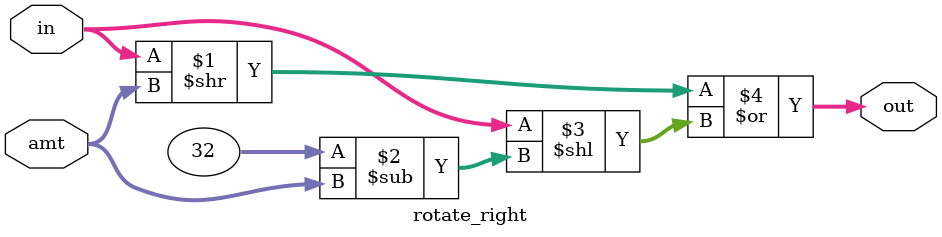
<source format=v>

module rotate_right (
    input [31:0] in,
    input [4:0] amt,
    output [31:0] out
);

    // Your code here

    assign out = (in>>amt | in << 32-amt);
endmodule

</source>
